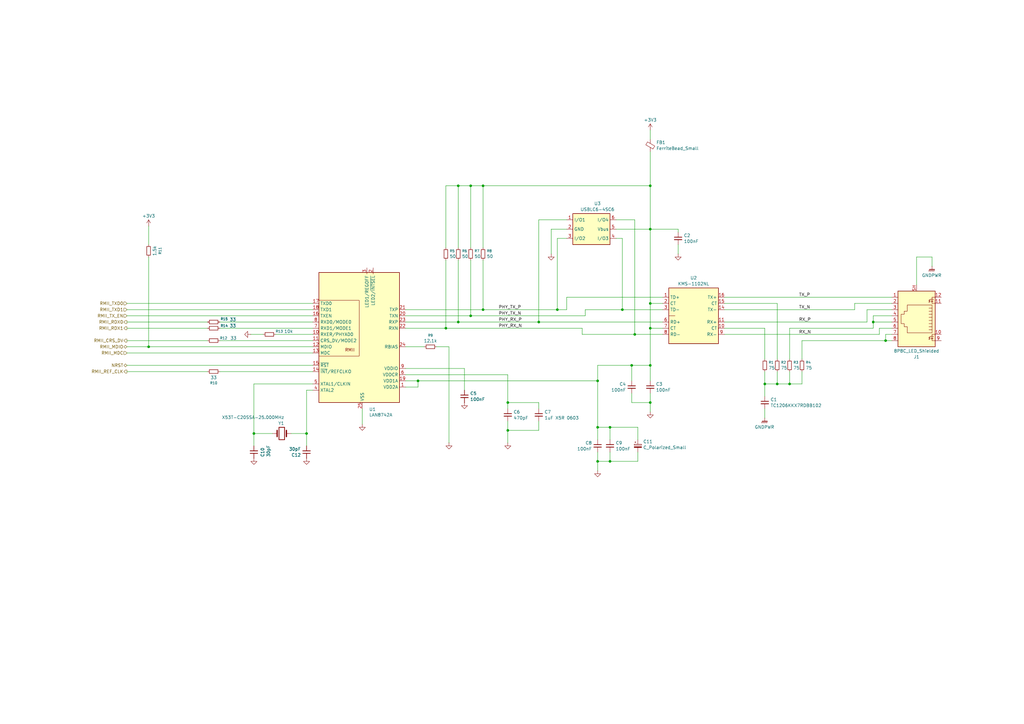
<source format=kicad_sch>
(kicad_sch (version 20250114) (generator "eeschema") (generator_version "9.0")
  (paper "A3")
  (lib_symbols
    (symbol "Connector:8P8C_LED_Shielded" (pin_names (offset 1.016))
      (property "Reference" "J" (at -5.08 13.97 0))
      (property "Value" "8P8C_LED_Shielded" (at 1.27 13.97 0))
      (symbol "8P8C_LED_Shielded_0_1"
        (polyline (pts (xy -7.62 10.16) (xy -6.35 10.16)))
        (polyline (pts (xy -7.62 7.62) (xy -6.35 7.62)))
        (polyline (pts (xy -7.62 -5.08) (xy -6.35 -5.08)))
        (polyline (pts (xy -7.62 -7.62) (xy -6.35 -7.62)))
        (polyline (pts (xy -6.858 9.398) (xy -5.842 9.398)))
        (polyline (pts (xy -6.858 -5.842) (xy -5.842 -5.842)))
        (polyline (pts (xy -6.35 10.16) (xy -6.35 9.398)))
        (polyline (pts (xy -6.35 9.398) (xy -6.858 8.382) (xy -5.842 8.382) (xy -6.35 9.398)))
        (polyline (pts (xy -6.35 7.62) (xy -6.35 8.382)))
        (polyline (pts (xy -6.35 1.905) (xy -5.08 1.905) (xy -5.08 1.905)))
        (polyline (pts (xy -6.35 0.635) (xy -5.08 0.635) (xy -5.08 0.635)))
        (polyline (pts (xy -6.35 -0.635) (xy -5.08 -0.635) (xy -5.08 -0.635)))
        (polyline (pts (xy -6.35 -1.905) (xy -5.08 -1.905) (xy -5.08 -1.905)))
        (polyline (pts (xy -6.35 -3.175) (xy -5.08 -3.175) (xy -5.08 -3.175)))
        (polyline (pts (xy -6.35 -4.445) (xy -6.35 6.985) (xy 3.81 6.985) (xy 3.81 4.445) (xy 5.08 4.445) (xy 5.08 3.175) (xy 6.35 3.175) (xy 6.35 -0.635) (xy 5.08 -0.635) (xy 5.08 -1.905) (xy 3.81 -1.905) (xy 3.81 -4.445) (xy -6.35 -4.445) (xy -6.35 -4.445)))
        (polyline (pts (xy -6.35 -5.08) (xy -6.35 -5.842)))
        (polyline (pts (xy -6.35 -5.842) (xy -6.858 -6.858) (xy -5.842 -6.858) (xy -6.35 -5.842)))
        (polyline (pts (xy -6.35 -7.62) (xy -6.35 -6.858)))
        (polyline (pts (xy -5.588 9.144) (xy -5.08 9.652) (xy -5.461 9.525)))
        (polyline (pts (xy -5.588 8.509) (xy -5.08 9.017) (xy -5.461 8.89)))
        (polyline (pts (xy -5.588 -6.096) (xy -5.08 -5.588) (xy -5.461 -5.715)))
        (polyline (pts (xy -5.588 -6.731) (xy -5.08 -6.223) (xy -5.461 -6.35)))
        (polyline (pts (xy -5.08 9.652) (xy -5.207 9.271)))
        (polyline (pts (xy -5.08 9.017) (xy -5.207 8.636)))
        (polyline (pts (xy -5.08 5.715) (xy -6.35 5.715)))
        (polyline (pts (xy -5.08 4.445) (xy -6.35 4.445)))
        (polyline (pts (xy -5.08 3.175) (xy -6.35 3.175) (xy -6.35 3.175)))
        (polyline (pts (xy -5.08 -5.588) (xy -5.207 -5.969)))
        (polyline (pts (xy -5.08 -6.223) (xy -5.207 -6.604)))
        (rectangle (start 7.62 12.7) (end -7.62 -10.16) (stroke (width 0.254)) (fill (type background)))
      )
      (symbol "8P8C_LED_Shielded_1_1"
        (pin passive line (at -10.16 10.16 0) (length 2.54) (name "~") (number "9"))
        (pin passive line (at -10.16 7.62 0) (length 2.54) (name "~") (number "10"))
        (pin passive line (at -10.16 -5.08 0) (length 2.54) (name "~") (number "11"))
        (pin passive line (at -10.16 -7.62 0) (length 2.54) (name "~") (number "12"))
        (pin passive line (at 0 -12.7 90) (length 2.54) (name "~") (number "SH"))
        (pin passive line (at 10.16 10.16 180) (length 2.54) (name "~") (number "8"))
        (pin passive line (at 10.16 7.62 180) (length 2.54) (name "~") (number "7"))
        (pin passive line (at 10.16 5.08 180) (length 2.54) (name "~") (number "6"))
        (pin passive line (at 10.16 2.54 180) (length 2.54) (name "~") (number "5"))
        (pin passive line (at 10.16 0 180) (length 2.54) (name "~") (number "4"))
        (pin passive line (at 10.16 -2.54 180) (length 2.54) (name "~") (number "3"))
        (pin passive line (at 10.16 -5.08 180) (length 2.54) (name "~") (number "2"))
        (pin passive line (at 10.16 -7.62 180) (length 2.54) (name "~") (number "1"))
      )
    )
    (symbol "Device:C_Polarized_Small" (pin_numbers (hide yes)) (pin_names (offset 0.254) (hide yes))
      (property "Reference" "C" (at 0.254 1.778 0))
      (property "Value" "C_Polarized_Small" (at 0.254 -2.032 0))
      (symbol "C_Polarized_Small_0_1"
        (rectangle (start -1.524 0.6858) (end 1.524 0.3048))
        (rectangle (start -1.524 -0.3048) (end 1.524 -0.6858) (fill (type outline)))
        (polyline (pts (xy -1.27 1.524) (xy -0.762 1.524)))
        (polyline (pts (xy -1.016 1.27) (xy -1.016 1.778)))
      )
      (symbol "C_Polarized_Small_1_1"
        (pin passive line (at 0 2.54 270) (length 1.8542) (name "~") (number "1"))
        (pin passive line (at 0 -2.54 90) (length 1.8542) (name "~") (number "2"))
      )
    )
    (symbol "Device:C_Small" (pin_numbers (hide yes)) (pin_names (offset 0.254) (hide yes))
      (property "Reference" "C" (at 0.254 1.778 0))
      (property "Value" "C_Small" (at 0.254 -2.032 0))
      (symbol "C_Small_0_1"
        (polyline (pts (xy -1.524 0.508) (xy 1.524 0.508)) (stroke (width 0.3048)))
        (polyline (pts (xy -1.524 -0.508) (xy 1.524 -0.508)) (stroke (width 0.3302)))
      )
      (symbol "C_Small_1_1"
        (pin passive line (at 0 2.54 270) (length 2.032) (name "~") (number "1"))
        (pin passive line (at 0 -2.54 90) (length 2.032) (name "~") (number "2"))
      )
    )
    (symbol "Device:Crystal" (pin_numbers (hide yes)) (pin_names (offset 1.016) (hide yes))
      (property "Reference" "Y" (at 0 3.81 0))
      (property "Value" "Crystal" (at 0 -3.81 0))
      (symbol "Crystal_0_1"
        (polyline (pts (xy -2.54 0) (xy -1.905 0)))
        (polyline (pts (xy -1.905 -1.27) (xy -1.905 1.27)) (stroke (width 0.508)))
        (rectangle (start -1.143 2.54) (end 1.143 -2.54) (stroke (width 0.3048)))
        (polyline (pts (xy 1.905 -1.27) (xy 1.905 1.27)) (stroke (width 0.508)))
        (polyline (pts (xy 2.54 0) (xy 1.905 0)))
      )
      (symbol "Crystal_1_1"
        (pin passive line (at -3.81 0 0) (length 1.27) (name "1") (number "1"))
        (pin passive line (at 3.81 0 180) (length 1.27) (name "2") (number "2"))
      )
    )
    (symbol "Device:FerriteBead_Small" (pin_numbers (hide yes)) (pin_names (offset 0))
      (property "Reference" "FB" (at 1.905 1.27 0))
      (property "Value" "FerriteBead_Small" (at 1.905 -1.27 0))
      (symbol "FerriteBead_Small_0_1"
        (polyline (pts (xy -1.8288 0.2794) (xy -1.1176 1.4986) (xy 1.8288 -0.2032) (xy 1.1176 -1.4224) (xy -1.8288 0.2794)))
        (polyline (pts (xy 0 0.889) (xy 0 1.2954)))
        (polyline (pts (xy 0 -1.27) (xy 0 -0.7874)))
      )
      (symbol "FerriteBead_Small_1_1"
        (pin passive line (at 0 2.54 270) (length 1.27) (name "~") (number "1"))
        (pin passive line (at 0 -2.54 90) (length 1.27) (name "~") (number "2"))
      )
    )
    (symbol "Device:R_Small" (pin_numbers (hide yes)) (pin_names (offset 0.254) (hide yes))
      (property "Reference" "R" (at 0 0 90))
      (property "Value" "R_Small" (at 1.778 0 90))
      (symbol "R_Small_0_1"
        (rectangle (start -0.762 1.778) (end 0.762 -1.778) (stroke (width 0.2032)))
      )
      (symbol "R_Small_1_1"
        (pin passive line (at 0 2.54 270) (length 0.762) (name "~") (number "1"))
        (pin passive line (at 0 -2.54 90) (length 0.762) (name "~") (number "2"))
      )
    )
    (symbol "Interface_Ethernet:LAN8742A"
      (property "Reference" "U1" (at 2.794 -28.194 0))
      (property "Value" "LAN8742A" (at 2.794 -30.48 0))
      (symbol "LAN8742A_0_0"
        (text "RMII" (at -5.08 -3.81 0) (effects (font (size 1.27 1.27))))
      )
      (symbol "LAN8742A_0_1"
        (rectangle (start -17.78 27.94) (end 15.24 -25.4) (stroke (width 0.254)) (fill (type background)))
        (polyline (pts (xy -17.78 -6.35) (xy -1.27 -6.35) (xy -1.27 16.51) (xy -17.78 16.51)))
      )
      (symbol "LAN8742A_1_1"
        (pin input line (at -20.32 15.24 0) (length 2.54) (name "TXD0") (number "17"))
        (pin input line (at -20.32 12.7 0) (length 2.54) (name "TXD1") (number "18"))
        (pin input line (at -20.32 10.16 0) (length 2.54) (name "TXEN") (number "16"))
        (pin bidirectional line (at -20.32 7.62 0) (length 2.54) (name "RXD0/MODE0") (number "8"))
        (pin bidirectional line (at -20.32 5.08 0) (length 2.54) (name "RXD1/MODE1") (number "7"))
        (pin output line (at -20.32 2.54 0) (length 2.54) (name "RXER/PHYAD0") (number "10"))
        (pin bidirectional line (at -20.32 0 0) (length 2.54) (name "CRS_DV/MODE2") (number "11"))
        (pin bidirectional line (at -20.32 -2.54 0) (length 2.54) (name "MDIO") (number "12"))
        (pin input line (at -20.32 -5.08 0) (length 2.54) (name "MDC") (number "13"))
        (pin input line (at -20.32 -10.16 0) (length 2.54) (name "~{RST}") (number "15"))
        (pin output line (at -20.32 -12.7 0) (length 2.54) (name "~{INT}/REFCLKO") (number "14"))
        (pin input line (at -20.32 -17.78 0) (length 2.54) (name "XTAL1/CLKIN") (number "5"))
        (pin output line (at -20.32 -20.32 0) (length 2.54) (name "XTAL2") (number "4"))
        (pin power_in line (at 0 -27.94 90) (length 2.54) (name "VSS") (number "25"))
        (pin bidirectional line (at 1.905 29.845 270) (length 2.54) (name "LED1/REGOFF") (number "3"))
        (pin bidirectional line (at 4.445 29.845 270) (length 2.54) (name "LED2/~{INTSEL}") (number "2"))
        (pin passive line (at 17.78 12.7 180) (length 2.54) (name "TXP") (number "21"))
        (pin passive line (at 17.78 10.16 180) (length 2.54) (name "TXN") (number "20"))
        (pin passive line (at 17.78 7.62 180) (length 2.54) (name "RXP") (number "23"))
        (pin passive line (at 17.78 5.08 180) (length 2.54) (name "RXN") (number "22"))
        (pin passive line (at 17.78 -2.54 180) (length 2.54) (name "RBIAS") (number "24"))
        (pin power_in line (at 17.78 -11.43 180) (length 2.54) (name "VDDIO") (number "9"))
        (pin power_in line (at 17.78 -13.97 180) (length 2.54) (name "VDDCR") (number "6"))
        (pin power_in line (at 17.78 -16.51 180) (length 2.54) (name "VDD1A") (number "19"))
        (pin power_in line (at 17.78 -19.05 180) (length 2.54) (name "VDD2A") (number "1"))
      )
    )
    (symbol "KMS-1102NL:KMS-1102NL"
      (property "Reference" "U" (at 0 12.7 0))
      (property "Value" "KMS-1102NL" (at 0 -12.7 0))
      (symbol "KMS-1102NL_0_1"
        (rectangle (start -10.16 11.43) (end 10.16 -11.43) (stroke (width 0.254)) (fill (type background)))
        (polyline (pts (xy -7.62 0) (xy -10.16 0)))
      )
      (symbol "KMS-1102NL_1_1"
        (pin passive line (at -12.7 7.62 0) (length 2.54) (name "TD+") (number "1"))
        (pin passive line (at -12.7 5.08 0) (length 2.54) (name "CT") (number "2"))
        (pin passive line (at -12.7 2.54 0) (length 2.54) (name "TD-") (number "3"))
        (pin passive line (at -12.7 -2.54 0) (length 2.54) (name "RD+") (number "6"))
        (pin passive line (at -12.7 -5.08 0) (length 2.54) (name "CT") (number "7"))
        (pin passive line (at -12.7 -7.62 0) (length 2.54) (name "RD-") (number "8"))
        (pin passive line (at 12.7 7.62 180) (length 2.54) (name "TX+") (number "16"))
        (pin passive line (at 12.7 5.08 180) (length 2.54) (name "CT") (number "15"))
        (pin passive line (at 12.7 2.54 180) (length 2.54) (name "TX-") (number "14"))
        (pin passive line (at 12.7 -2.54 180) (length 2.54) (name "RX+") (number "11"))
        (pin passive line (at 12.7 -5.08 180) (length 2.54) (name "CT") (number "10"))
        (pin passive line (at 12.7 -7.62 180) (length 2.54) (name "RX-") (number "9"))
      )
    )
    (symbol "USBLC6-4SC6:USBLC6-4SC6"
      (property "Reference" "U" (at 0.254 7.62 0))
      (property "Value" "USBLC6-4SC6" (at 0 -7.62 0))
      (symbol "USBLC6-4SC6_0_1"
        (rectangle (start -7.62 6.35) (end 7.62 -6.35) (stroke (width 0.254)) (fill (type background)))
      )
      (symbol "USBLC6-4SC6_1_1"
        (pin bidirectional line (at -10.16 3.81 0) (length 2.54) (name "I/O1") (number "1"))
        (pin power_in line (at -10.16 0 0) (length 2.54) (name "GND") (number "2"))
        (pin bidirectional line (at -10.16 -3.81 0) (length 2.54) (name "I/O2") (number "3"))
        (pin bidirectional line (at 10.16 3.81 180) (length 2.54) (name "I/O4") (number "6"))
        (pin power_in line (at 10.16 0 180) (length 2.54) (name "Vbus") (number "5"))
        (pin bidirectional line (at 10.16 -3.81 180) (length 2.54) (name "I/O3") (number "4"))
      )
    )
    (symbol "power:+3V3" (power) (pin_numbers (hide yes)) (pin_names (offset 0) (hide yes))
      (property "Value" "+3V3" (at 0 3.556 0))
      (symbol "+3V3_0_1"
        (polyline (pts (xy -0.762 1.27) (xy 0 2.54)))
        (polyline (pts (xy 0 2.54) (xy 0.762 1.27)))
        (polyline (pts (xy 0 0) (xy 0 2.54)))
      )
      (symbol "+3V3_1_1"
        (pin power_in line (at 0 0 90) (length 0) (name "~") (number "1"))
      )
    )
    (symbol "power:GND" (power) (pin_numbers (hide yes)) (pin_names (offset 0) (hide yes))
      (property "Value" "GND" (at 0 -3.81 0))
      (symbol "GND_0_1"
        (polyline (pts (xy 0 0) (xy 0 -1.27) (xy 1.27 -1.27) (xy 0 -2.54) (xy -1.27 -1.27) (xy 0 -1.27)))
      )
      (symbol "GND_1_1"
        (pin power_in line (at 0 0 270) (length 0) (name "~") (number "1"))
      )
    )
    (symbol "power:GNDPWR" (power) (pin_numbers (hide yes)) (pin_names (offset 0) (hide yes))
      (property "Value" "GNDPWR" (at 0 -3.302 0))
      (symbol "GNDPWR_0_1"
        (polyline (pts (xy -1.016 -1.27) (xy -1.27 -2.032) (xy -1.27 -2.032)) (stroke (width 0.2032)))
        (polyline (pts (xy -0.508 -1.27) (xy -0.762 -2.032) (xy -0.762 -2.032)) (stroke (width 0.2032)))
        (polyline (pts (xy 0 -1.27) (xy 0 0)))
        (polyline (pts (xy 0 -1.27) (xy -0.254 -2.032) (xy -0.254 -2.032)) (stroke (width 0.2032)))
        (polyline (pts (xy 0.508 -1.27) (xy 0.254 -2.032) (xy 0.254 -2.032)) (stroke (width 0.2032)))
        (polyline (pts (xy 1.016 -1.27) (xy -1.016 -1.27) (xy -1.016 -1.27)) (stroke (width 0.2032)))
        (polyline (pts (xy 1.016 -1.27) (xy 0.762 -2.032) (xy 0.762 -2.032) (xy 0.762 -2.032)) (stroke (width 0.2032)))
      )
      (symbol "GNDPWR_1_1"
        (pin power_in line (at 0 0 270) (length 0) (name "~") (number "1"))
      )
    )
  )
  (junction (at 259.08 149.86))
  (junction (at 318.77 157.48))
  (junction (at 60.96 142.24))
  (junction (at 250.19 189.23))
  (junction (at 250.19 175.26))
  (junction (at 187.96 132.08))
  (junction (at 323.85 157.48))
  (junction (at 198.12 76.2))
  (junction (at 193.04 76.2))
  (junction (at 228.6 127))
  (junction (at 125.73 177.8))
  (junction (at 182.88 134.62))
  (junction (at 245.11 189.23))
  (junction (at 208.28 176.53))
  (junction (at 313.69 157.48))
  (junction (at 187.96 76.2))
  (junction (at 266.7 165.1))
  (junction (at 260.35 137.16))
  (junction (at 104.14 177.8))
  (junction (at 266.7 124.46))
  (junction (at 266.7 134.62))
  (junction (at 363.22 139.7))
  (junction (at 358.14 132.08))
  (junction (at 266.7 76.2))
  (junction (at 220.98 132.08))
  (junction (at 245.11 156.21))
  (junction (at 255.27 127))
  (junction (at 198.12 127))
  (junction (at 266.7 149.86))
  (junction (at 208.28 165.1))
  (junction (at 171.45 156.21))
  (junction (at 193.04 129.54))
  (junction (at 266.7 93.98))
  (junction (at 245.11 175.26))
  (wire (pts (xy 355.6 127) (xy 365.76 127)))
  (wire (pts (xy 198.12 106.68) (xy 198.12 127)))
  (wire (pts (xy 52.07 129.54) (xy 128.27 129.54)))
  (wire (pts (xy 52.07 142.24) (xy 60.96 142.24)))
  (wire (pts (xy 260.35 137.16) (xy 271.78 137.16)))
  (wire (pts (xy 318.77 152.4) (xy 318.77 157.48)))
  (wire (pts (xy 382.27 105.41) (xy 382.27 109.22)))
  (wire (pts (xy 52.07 149.86) (xy 128.27 149.86)))
  (wire (pts (xy 190.5 151.13) (xy 190.5 160.02)))
  (wire (pts (xy 250.19 175.26) (xy 245.11 175.26)))
  (wire (pts (xy 297.18 137.16) (xy 360.68 137.16)))
  (wire (pts (xy 363.22 139.7) (xy 328.93 139.7)))
  (wire (pts (xy 198.12 127) (xy 228.6 127)))
  (wire (pts (xy 358.14 132.08) (xy 365.76 132.08)))
  (wire (pts (xy 266.7 53.34) (xy 266.7 57.15)))
  (wire (pts (xy 228.6 127) (xy 232.41 127)))
  (wire (pts (xy 182.88 106.68) (xy 182.88 134.62)))
  (wire (pts (xy 232.41 93.98) (xy 226.06 93.98)))
  (wire (pts (xy 252.73 93.98) (xy 266.7 93.98)))
  (wire (pts (xy 245.11 189.23) (xy 245.11 193.04)))
  (wire (pts (xy 104.14 157.48) (xy 104.14 177.8)))
  (wire (pts (xy 193.04 129.54) (xy 240.03 129.54)))
  (wire (pts (xy 245.11 149.86) (xy 259.08 149.86)))
  (wire (pts (xy 125.73 182.88) (xy 125.73 177.8)))
  (wire (pts (xy 193.04 76.2) (xy 198.12 76.2)))
  (wire (pts (xy 271.78 134.62) (xy 266.7 134.62)))
  (wire (pts (xy 259.08 156.21) (xy 259.08 149.86)))
  (wire (pts (xy 328.93 157.48) (xy 323.85 157.48)))
  (wire (pts (xy 119.38 177.8) (xy 125.73 177.8)))
  (wire (pts (xy 232.41 97.79) (xy 228.6 97.79)))
  (wire (pts (xy 278.13 93.98) (xy 278.13 95.25)))
  (wire (pts (xy 52.07 144.78) (xy 128.27 144.78)))
  (wire (pts (xy 166.37 156.21) (xy 171.45 156.21)))
  (wire (pts (xy 297.18 121.92) (xy 365.76 121.92)))
  (wire (pts (xy 85.09 132.08) (xy 52.07 132.08)))
  (wire (pts (xy 125.73 160.02) (xy 128.27 160.02)))
  (wire (pts (xy 358.14 129.54) (xy 358.14 132.08)))
  (wire (pts (xy 375.92 116.84) (xy 375.92 105.41)))
  (wire (pts (xy 297.18 134.62) (xy 313.69 134.62)))
  (wire (pts (xy 313.69 167.64) (xy 313.69 171.45)))
  (wire (pts (xy 297.18 127) (xy 350.52 127)))
  (wire (pts (xy 182.88 101.6) (xy 182.88 76.2)))
  (wire (pts (xy 90.17 152.4) (xy 128.27 152.4)))
  (wire (pts (xy 365.76 129.54) (xy 358.14 129.54)))
  (wire (pts (xy 85.09 139.7) (xy 52.07 139.7)))
  (wire (pts (xy 255.27 97.79) (xy 255.27 127)))
  (wire (pts (xy 297.18 124.46) (xy 318.77 124.46)))
  (wire (pts (xy 252.73 97.79) (xy 255.27 97.79)))
  (wire (pts (xy 259.08 161.29) (xy 259.08 165.1)))
  (wire (pts (xy 255.27 127) (xy 271.78 127)))
  (wire (pts (xy 220.98 165.1) (xy 208.28 165.1)))
  (wire (pts (xy 318.77 124.46) (xy 318.77 147.32)))
  (wire (pts (xy 220.98 132.08) (xy 271.78 132.08)))
  (wire (pts (xy 193.04 106.68) (xy 193.04 129.54)))
  (wire (pts (xy 166.37 153.67) (xy 208.28 153.67)))
  (wire (pts (xy 179.07 142.24) (xy 184.15 142.24)))
  (wire (pts (xy 250.19 189.23) (xy 245.11 189.23)))
  (wire (pts (xy 166.37 134.62) (xy 182.88 134.62)))
  (wire (pts (xy 90.17 132.08) (xy 128.27 132.08)))
  (wire (pts (xy 313.69 152.4) (xy 313.69 157.48)))
  (wire (pts (xy 358.14 134.62) (xy 323.85 134.62)))
  (wire (pts (xy 166.37 129.54) (xy 193.04 129.54)))
  (wire (pts (xy 220.98 172.72) (xy 220.98 176.53)))
  (wire (pts (xy 187.96 106.68) (xy 187.96 132.08)))
  (wire (pts (xy 128.27 157.48) (xy 104.14 157.48)))
  (wire (pts (xy 125.73 177.8) (xy 125.73 160.02)))
  (wire (pts (xy 166.37 151.13) (xy 190.5 151.13)))
  (wire (pts (xy 266.7 62.23) (xy 266.7 76.2)))
  (wire (pts (xy 363.22 137.16) (xy 363.22 139.7)))
  (wire (pts (xy 328.93 152.4) (xy 328.93 157.48)))
  (wire (pts (xy 240.03 129.54) (xy 240.03 127)))
  (wire (pts (xy 261.62 185.42) (xy 261.62 189.23)))
  (wire (pts (xy 208.28 172.72) (xy 208.28 176.53)))
  (wire (pts (xy 313.69 134.62) (xy 313.69 147.32)))
  (wire (pts (xy 252.73 90.17) (xy 260.35 90.17)))
  (wire (pts (xy 166.37 132.08) (xy 187.96 132.08)))
  (wire (pts (xy 60.96 142.24) (xy 128.27 142.24)))
  (wire (pts (xy 102.87 137.16) (xy 107.95 137.16)))
  (wire (pts (xy 208.28 176.53) (xy 208.28 181.61)))
  (wire (pts (xy 297.18 132.08) (xy 355.6 132.08)))
  (wire (pts (xy 113.03 137.16) (xy 128.27 137.16)))
  (wire (pts (xy 266.7 168.91) (xy 266.7 165.1)))
  (wire (pts (xy 198.12 76.2) (xy 198.12 101.6)))
  (wire (pts (xy 313.69 157.48) (xy 313.69 162.56)))
  (wire (pts (xy 187.96 76.2) (xy 193.04 76.2)))
  (wire (pts (xy 360.68 134.62) (xy 365.76 134.62)))
  (wire (pts (xy 198.12 76.2) (xy 266.7 76.2)))
  (wire (pts (xy 104.14 177.8) (xy 111.76 177.8)))
  (wire (pts (xy 166.37 127) (xy 198.12 127)))
  (wire (pts (xy 232.41 127) (xy 232.41 121.92)))
  (wire (pts (xy 60.96 92.71) (xy 60.96 100.33)))
  (wire (pts (xy 60.96 105.41) (xy 60.96 142.24)))
  (wire (pts (xy 260.35 90.17) (xy 260.35 137.16)))
  (wire (pts (xy 278.13 100.33) (xy 278.13 104.14)))
  (wire (pts (xy 52.07 124.46) (xy 128.27 124.46)))
  (wire (pts (xy 220.98 90.17) (xy 220.98 132.08)))
  (wire (pts (xy 238.76 134.62) (xy 238.76 137.16)))
  (wire (pts (xy 104.14 182.88) (xy 104.14 177.8)))
  (wire (pts (xy 355.6 132.08) (xy 355.6 127)))
  (wire (pts (xy 166.37 142.24) (xy 173.99 142.24)))
  (wire (pts (xy 250.19 180.34) (xy 250.19 175.26)))
  (wire (pts (xy 365.76 137.16) (xy 363.22 137.16)))
  (wire (pts (xy 323.85 157.48) (xy 318.77 157.48)))
  (wire (pts (xy 182.88 76.2) (xy 187.96 76.2)))
  (wire (pts (xy 85.09 152.4) (xy 52.07 152.4)))
  (wire (pts (xy 187.96 76.2) (xy 187.96 101.6)))
  (wire (pts (xy 271.78 124.46) (xy 266.7 124.46)))
  (wire (pts (xy 318.77 157.48) (xy 313.69 157.48)))
  (wire (pts (xy 240.03 127) (xy 255.27 127)))
  (wire (pts (xy 232.41 121.92) (xy 271.78 121.92)))
  (wire (pts (xy 245.11 156.21) (xy 245.11 175.26)))
  (wire (pts (xy 52.07 127) (xy 128.27 127)))
  (wire (pts (xy 358.14 132.08) (xy 358.14 134.62)))
  (wire (pts (xy 193.04 76.2) (xy 193.04 101.6)))
  (wire (pts (xy 148.59 167.64) (xy 148.59 173.99)))
  (wire (pts (xy 360.68 137.16) (xy 360.68 134.62)))
  (wire (pts (xy 259.08 149.86) (xy 266.7 149.86)))
  (wire (pts (xy 171.45 156.21) (xy 245.11 156.21)))
  (wire (pts (xy 350.52 127) (xy 350.52 124.46)))
  (wire (pts (xy 90.17 134.62) (xy 128.27 134.62)))
  (wire (pts (xy 328.93 139.7) (xy 328.93 147.32)))
  (wire (pts (xy 220.98 176.53) (xy 208.28 176.53)))
  (wire (pts (xy 232.41 90.17) (xy 220.98 90.17)))
  (wire (pts (xy 245.11 156.21) (xy 245.11 149.86)))
  (wire (pts (xy 245.11 175.26) (xy 245.11 180.34)))
  (wire (pts (xy 226.06 93.98) (xy 226.06 104.14)))
  (wire (pts (xy 266.7 124.46) (xy 266.7 93.98)))
  (wire (pts (xy 266.7 93.98) (xy 278.13 93.98)))
  (wire (pts (xy 259.08 165.1) (xy 266.7 165.1)))
  (wire (pts (xy 266.7 76.2) (xy 266.7 93.98)))
  (wire (pts (xy 375.92 105.41) (xy 382.27 105.41)))
  (wire (pts (xy 365.76 139.7) (xy 363.22 139.7)))
  (wire (pts (xy 323.85 134.62) (xy 323.85 147.32)))
  (wire (pts (xy 228.6 97.79) (xy 228.6 127)))
  (wire (pts (xy 90.17 139.7) (xy 128.27 139.7)))
  (wire (pts (xy 261.62 180.34) (xy 261.62 175.26)))
  (wire (pts (xy 266.7 149.86) (xy 266.7 156.21)))
  (wire (pts (xy 171.45 156.21) (xy 171.45 158.75)))
  (wire (pts (xy 261.62 189.23) (xy 250.19 189.23)))
  (wire (pts (xy 182.88 134.62) (xy 238.76 134.62)))
  (wire (pts (xy 266.7 134.62) (xy 266.7 149.86)))
  (wire (pts (xy 208.28 165.1) (xy 208.28 167.64)))
  (wire (pts (xy 245.11 185.42) (xy 245.11 189.23)))
  (wire (pts (xy 85.09 134.62) (xy 52.07 134.62)))
  (wire (pts (xy 250.19 185.42) (xy 250.19 189.23)))
  (wire (pts (xy 350.52 124.46) (xy 365.76 124.46)))
  (wire (pts (xy 250.19 175.26) (xy 261.62 175.26)))
  (wire (pts (xy 187.96 132.08) (xy 220.98 132.08)))
  (wire (pts (xy 208.28 153.67) (xy 208.28 165.1)))
  (wire (pts (xy 184.15 142.24) (xy 184.15 181.61)))
  (wire (pts (xy 220.98 167.64) (xy 220.98 165.1)))
  (wire (pts (xy 166.37 158.75) (xy 171.45 158.75)))
  (wire (pts (xy 238.76 137.16) (xy 260.35 137.16)))
  (wire (pts (xy 266.7 134.62) (xy 266.7 124.46)))
  (wire (pts (xy 323.85 152.4) (xy 323.85 157.48)))
  (wire (pts (xy 266.7 165.1) (xy 266.7 161.29)))
  (label "PHY_RX_P" (at 204.47 132.08 0))
  (label "PHY_TX_P" (at 204.47 127 0))
  (label "PHY_TX_N" (at 204.47 129.54 0))
  (label "TX_N" (at 327.66 127 0))
  (label "RX_N" (at 327.66 137.16 0))
  (label "RX_P" (at 327.66 132.08 0))
  (label "PHY_RX_N" (at 204.47 134.62 0))
  (label "TX_P" (at 327.66 121.92 0))
  (hierarchical_label "RMII_TXD1" (shape input) (at 52.07 127 180))
  (hierarchical_label "NRST" (shape bidirectional) (at 52.07 149.86 180))
  (hierarchical_label "RMII_TXD0" (shape input) (at 52.07 124.46 180))
  (hierarchical_label "RMII_MDIO" (shape bidirectional) (at 52.07 142.24 180))
  (hierarchical_label "RMII_RDX0" (shape output) (at 52.07 132.08 180))
  (hierarchical_label "RMII_REF_CLK" (shape output) (at 52.07 152.4 180))
  (hierarchical_label "RMII_TX_EN" (shape input) (at 52.07 129.54 180))
  (hierarchical_label "RMII_CRS_DV" (shape output) (at 52.07 139.7 180))
  (hierarchical_label "RMII_MDC" (shape input) (at 52.07 144.78 180))
  (hierarchical_label "RMII_RDX1" (shape output) (at 52.07 134.62 180))
  (symbol (lib_id "Device:C_Polarized_Small") (at 261.62 182.88 0) (unit 1)
    (property "Reference" "C11" (at 263.779 181.1217 0) (effects (justify left)))
    (property "Value" "C_Polarized_Small" (at 263.779 183.546 0) (effects (justify left)))
    (property "Description" "Polarized capacitor, small symbol" (effects (hide yes)))
  )
  (symbol (lib_id "USBLC6-4SC6:USBLC6-4SC6") (at 242.57 93.98 0) (unit 1)
    (property "Reference" "U3" (at 245.0465 83.4855 0))
    (property "Value" "USBLC6-4SC6" (at 245.0465 85.9098 0))
    (property "Footprint" "Package_TO_SOT_SMD:SOT-23-6" (effects (hide yes)))
    (property "Description" "USB ESD Protection Device" (effects (hide yes)))
  )
  (symbol (lib_id "Device:R_Small") (at 198.12 104.14 0) (unit 1)
    (property "Reference" "R8" (at 199.6186 102.9278 0) (effects (font (size 1.016 1.016)) (justify left)))
    (property "Value" "50" (at 199.6186 105.1477 0) (effects (justify left)))
    (property "Description" "Resistor, small symbol" (effects (hide yes)))
  )
  (symbol (lib_id "Device:R_Small") (at 187.96 104.14 0) (unit 1)
    (property "Reference" "R6" (at 189.4586 102.9278 0) (effects (font (size 1.016 1.016)) (justify left)))
    (property "Value" "50" (at 189.4586 105.1477 0) (effects (justify left)))
    (property "Description" "Resistor, small symbol" (effects (hide yes)))
  )
  (symbol (lib_id "Device:R_Small") (at 193.04 104.14 0) (unit 1)
    (property "Reference" "R7" (at 194.5386 102.9278 0) (effects (font (size 1.016 1.016)) (justify left)))
    (property "Value" "50" (at 194.5386 105.1477 0) (effects (justify left)))
    (property "Description" "Resistor, small symbol" (effects (hide yes)))
  )
  (symbol (lib_id "power:GND") (at 226.06 104.14 0) (unit 1)
    (property "Reference" "#PWR03" (effects (hide yes)))
    (property "Value" "GND" (effects (hide yes)))
    (property "Description" "Power symbol creates a global label with name \"GND\" , ground" (effects (hide yes)))
  )
  (symbol (lib_id "Device:FerriteBead_Small") (at 266.7 59.69 0) (unit 1)
    (property "Reference" "FB1" (at 269.1638 58.4397 0) (effects (justify left)))
    (property "Value" "FerriteBead_Small" (at 269.1638 60.864 0) (effects (justify left)))
    (property "Description" "Ferrite bead, small symbol" (effects (hide yes)))
  )
  (symbol (lib_id "power:GNDPWR") (at 382.27 109.22 0) (unit 1)
    (property "Reference" "#PWR02" (effects (hide yes)))
    (property "Value" "GNDPWR" (at 382.143 112.9467 0))
    (property "Description" "Power symbol creates a global label with name \"GNDPWR\" , global ground" (effects (hide yes)))
  )
  (symbol (lib_id "power:GND") (at 104.14 187.96 0) (unit 1)
    (property "Reference" "#PWR011" (effects (hide yes)))
    (property "Value" "GND" (effects (hide yes)))
    (property "Description" "Power symbol creates a global label with name \"GND\" , ground" (effects (hide yes)))
  )
  (symbol (lib_id "power:GND") (at 245.11 193.04 0) (unit 1)
    (property "Reference" "#PWR010" (effects (hide yes)))
    (property "Value" "GND" (effects (hide yes)))
    (property "Description" "Power symbol creates a global label with name \"GND\" , ground" (effects (hide yes)))
  )
  (symbol (lib_id "Device:R_Small") (at 323.85 149.86 0) (unit 1)
    (property "Reference" "R3" (at 325.3486 148.6478 0) (effects (font (size 1.016 1.016)) (justify left)))
    (property "Value" "75" (at 325.3486 150.8677 0) (effects (justify left)))
    (property "Description" "Resistor, small symbol" (effects (hide yes)))
  )
  (symbol (lib_id "power:GND") (at 102.87 137.16 270) (unit 1)
    (property "Reference" "#PWR014" (effects (hide yes)))
    (property "Value" "GND" (effects (hide yes)))
    (property "Description" "Power symbol creates a global label with name \"GND\" , ground" (effects (hide yes)))
  )
  (symbol (lib_id "Device:C_Small") (at 208.28 170.18 0) (unit 1)
    (property "Reference" "C6" (at 210.6041 168.9741 0) (effects (justify left)))
    (property "Value" "470pF" (at 210.6041 171.3984 0) (effects (justify left)))
    (property "Description" "Unpolarized capacitor, small symbol" (effects (hide yes)))
  )
  (symbol (lib_id "Device:R_Small") (at 328.93 149.86 0) (unit 1)
    (property "Reference" "R4" (at 330.4286 148.6478 0) (effects (font (size 1.016 1.016)) (justify left)))
    (property "Value" "75" (at 330.4286 150.8677 0) (effects (justify left)))
    (property "Description" "Resistor, small symbol" (effects (hide yes)))
  )
  (symbol (lib_id "power:+3V3") (at 266.7 53.34 0) (unit 1)
    (property "Reference" "#PWR05" (effects (hide yes)))
    (property "Value" "+3V3" (at 266.7 49.2069 0))
    (property "Description" "Power symbol creates a global label with name \"+3V3\"" (effects (hide yes)))
  )
  (symbol (lib_id "Device:C_Small") (at 125.73 185.42 180) (unit 1)
    (property "Reference" "C12" (at 123.4059 186.6259 0) (effects (justify left)))
    (property "Value" "30pF" (at 123.4059 184.2016 0) (effects (justify left)))
    (property "Description" "Unpolarized capacitor, small symbol" (effects (hide yes)))
  )
  (symbol (lib_id "Interface_Ethernet:LAN8742A") (at 148.59 139.7 0) (unit 1)
    (property "Reference" "U1" (at 151.384 167.894 0) (effects (justify left)))
    (property "Value" "LAN8742A" (at 151.384 170.18 0) (effects (justify left)))
    (property "Footprint" "Package_DFN_QFN:VQFN-24-1EP_4x4mm_P0.5mm_EP2.5x2.5mm_ThermalVias" (effects (hide yes)))
    (property "Datasheet" "http://ww1.microchip.com/downloads/en/DeviceDoc/8742a.pdf" (effects (hide yes)))
    (property "Description" "LAN8720 Ethernet PHY with RMII interface, QFN-24" (effects (hide yes)))
  )
  (symbol (lib_id "Device:R_Small") (at 313.69 149.86 0) (unit 1)
    (property "Reference" "R1" (at 315.1886 148.6478 0) (effects (font (size 1.016 1.016)) (justify left)))
    (property "Value" "75" (at 315.1886 150.8677 0) (effects (justify left)))
    (property "Description" "Resistor, small symbol" (effects (hide yes)))
  )
  (symbol (lib_id "Device:R_Small") (at 182.88 104.14 0) (unit 1)
    (property "Reference" "R5" (at 184.3786 102.9278 0) (effects (font (size 1.016 1.016)) (justify left)))
    (property "Value" "50" (at 184.3786 105.1477 0) (effects (justify left)))
    (property "Description" "Resistor, small symbol" (effects (hide yes)))
  )
  (symbol (lib_id "Device:R_Small") (at 87.63 139.7 90) (mirror x) (unit 1)
    (property "Reference" "R12" (at 91.694 138.684 90) (effects (font (size 1.016 1.016))))
    (property "Value" "33" (at 95.758 138.684 90))
    (property "Description" "Resistor, small symbol" (effects (hide yes)))
  )
  (symbol (lib_id "power:GNDPWR") (at 313.69 171.45 0) (unit 1)
    (property "Reference" "#PWR01" (effects (hide yes)))
    (property "Value" "GNDPWR" (at 313.563 175.1767 0))
    (property "Description" "Power symbol creates a global label with name \"GNDPWR\" , global ground" (effects (hide yes)))
  )
  (symbol (lib_id "Device:Crystal") (at 115.57 177.8 180) (unit 1)
    (property "Reference" "Y1" (at 116.586 173.6203 0) (effects (justify left)))
    (property "Value" "X53T-C20SSA-25.000MHz" (at 116.586 171.196 0) (effects (justify left)))
    (property "Description" "Two pin crystal" (effects (hide yes)))
  )
  (symbol (lib_id "power:GND") (at 266.7 168.91 0) (unit 1)
    (property "Reference" "#PWR07" (effects (hide yes)))
    (property "Value" "GND" (effects (hide yes)))
    (property "Description" "Power symbol creates a global label with name \"GND\" , ground" (effects (hide yes)))
  )
  (symbol (lib_id "power:GND") (at 190.5 165.1 0) (unit 1)
    (property "Reference" "#PWR08" (effects (hide yes)))
    (property "Value" "GND" (effects (hide yes)))
    (property "Description" "Power symbol creates a global label with name \"GND\" , ground" (effects (hide yes)))
  )
  (symbol (lib_id "power:GND") (at 208.28 181.61 0) (unit 1)
    (property "Reference" "#PWR09" (effects (hide yes)))
    (property "Value" "GND" (effects (hide yes)))
    (property "Description" "Power symbol creates a global label with name \"GND\" , ground" (effects (hide yes)))
  )
  (symbol (lib_id "power:GND") (at 125.73 187.96 0) (unit 1)
    (property "Reference" "#PWR012" (effects (hide yes)))
    (property "Value" "GND" (effects (hide yes)))
    (property "Description" "Power symbol creates a global label with name \"GND\" , ground" (effects (hide yes)))
  )
  (symbol (lib_id "power:GND") (at 278.13 104.14 0) (unit 1)
    (property "Reference" "#PWR04" (effects (hide yes)))
    (property "Value" "GND" (effects (hide yes)))
    (property "Description" "Power symbol creates a global label with name \"GND\" , ground" (effects (hide yes)))
  )
  (symbol (lib_id "Device:R_Small") (at 87.63 134.62 90) (mirror x) (unit 1)
    (property "Reference" "R14" (at 91.948 133.604 90) (effects (font (size 1.016 1.016))))
    (property "Value" "33" (at 95.504 133.604 90))
    (property "Description" "Resistor, small symbol" (effects (hide yes)))
  )
  (symbol (lib_id "Device:C_Small") (at 220.98 170.18 0) (unit 1)
    (property "Reference" "C7" (at 223.3041 168.9741 0) (effects (justify left)))
    (property "Value" "1uF X5R 0603" (at 223.3041 171.3984 0) (effects (justify left)))
    (property "Description" "Unpolarized capacitor, small symbol" (effects (hide yes)))
  )
  (symbol (lib_id "Device:R_Small") (at 87.63 132.08 90) (mirror x) (unit 1)
    (property "Reference" "R15" (at 91.948 130.81 90) (effects (font (size 1.016 1.016))))
    (property "Value" "33" (at 95.504 131.064 90))
    (property "Description" "Resistor, small symbol" (effects (hide yes)))
  )
  (symbol (lib_id "Device:R_Small") (at 110.49 137.16 90) (mirror x) (unit 1)
    (property "Reference" "R13" (at 114.554 135.89 90) (effects (font (size 1.016 1.016))))
    (property "Value" "10k" (at 118.364 135.89 90))
    (property "Description" "Resistor, small symbol" (effects (hide yes)))
  )
  (symbol (lib_id "power:+3V3") (at 60.96 92.71 0) (unit 1)
    (property "Reference" "#PWR013" (effects (hide yes)))
    (property "Value" "+3V3" (at 60.96 88.5769 0))
    (property "Description" "Power symbol creates a global label with name \"+3V3\"" (effects (hide yes)))
  )
  (symbol (lib_id "Device:C_Small") (at 278.13 97.79 0) (unit 1)
    (property "Reference" "C2" (at 280.4541 96.5841 0) (effects (justify left)))
    (property "Value" "100nF" (at 280.4541 99.0084 0) (effects (justify left)))
    (property "Description" "Unpolarized capacitor, small symbol" (effects (hide yes)))
  )
  (symbol (lib_id "Device:R_Small") (at 60.96 102.87 0) (mirror x) (unit 1)
    (property "Reference" "R11" (at 65.6367 102.87 90) (effects (font (size 1.016 1.016))))
    (property "Value" "1.5k" (at 63.4168 102.87 90))
    (property "Description" "Resistor, small symbol" (effects (hide yes)))
  )
  (symbol (lib_id "Connector:8P8C_LED_Shielded") (at 375.92 129.54 180) (unit 1)
    (property "Reference" "J1" (at 375.92 146.3845 0))
    (property "Value" "8P8C_LED_Shielded" (at 375.92 143.9602 0))
    (property "Description" "RJ connector, 8P8C (8 positions 8 connected), two LEDs, RJ45, Shielded" (effects (hide yes)))
  )
  (symbol (lib_id "Device:C_Small") (at 250.19 182.88 0) (unit 1)
    (property "Reference" "C9" (at 252.5141 181.6741 0) (effects (justify left)))
    (property "Value" "100nF" (at 252.5141 184.0984 0) (effects (justify left)))
    (property "Description" "Unpolarized capacitor, small symbol" (effects (hide yes)))
  )
  (symbol (lib_id "Device:C_Small") (at 104.14 185.42 180) (unit 1)
    (property "Reference" "C10" (at 107.696 187.452 90) (effects (justify right)))
    (property "Value" "30pF" (at 110.1203 187.452 90) (effects (justify right)))
    (property "Description" "Unpolarized capacitor, small symbol" (effects (hide yes)))
  )
  (symbol (lib_id "KMS-1102NL:KMS-1102NL") (at 284.48 129.54 0) (unit 1)
    (property "Reference" "U2" (at 284.48 113.9655 0))
    (property "Value" "KMS-1102NL" (at 284.48 116.3898 0))
    (property "Description" "Ethernet Transformer" (effects (hide yes)))
  )
  (symbol (lib_id "Device:C_Small") (at 313.69 165.1 0) (unit 1)
    (property "Reference" "C1" (at 316.0141 163.8941 0) (effects (justify left)))
    (property "Value" "TC1206KKX7RDBB102" (at 316.0141 166.3184 0) (effects (justify left)))
    (property "Description" "Unpolarized capacitor, small symbol" (effects (hide yes)))
  )
  (symbol (lib_id "Device:R_Small") (at 87.63 152.4 90) (mirror x) (unit 1)
    (property "Reference" "R10" (at 87.63 157.0767 90) (effects (font (size 1.016 1.016))))
    (property "Value" "33" (at 87.63 154.8568 90))
    (property "Description" "Resistor, small symbol" (effects (hide yes)))
  )
  (symbol (lib_id "Device:C_Small") (at 245.11 182.88 0) (mirror y) (unit 1)
    (property "Reference" "C8" (at 242.7859 181.6741 0) (effects (justify left)))
    (property "Value" "100nF" (at 242.7859 184.0984 0) (effects (justify left)))
    (property "Description" "Unpolarized capacitor, small symbol" (effects (hide yes)))
  )
  (symbol (lib_id "Device:C_Small") (at 259.08 158.75 0) (mirror y) (unit 1)
    (property "Reference" "C4" (at 256.7559 157.5441 0) (effects (justify left)))
    (property "Value" "100nF" (at 256.7559 159.9684 0) (effects (justify left)))
    (property "Description" "Unpolarized capacitor, small symbol" (effects (hide yes)))
  )
  (symbol (lib_id "power:GND") (at 184.15 181.61 0) (unit 1)
    (property "Reference" "#PWR06" (effects (hide yes)))
    (property "Value" "GND" (effects (hide yes)))
    (property "Description" "Power symbol creates a global label with name \"GND\" , ground" (effects (hide yes)))
  )
  (symbol (lib_id "Device:R_Small") (at 318.77 149.86 0) (unit 1)
    (property "Reference" "R2" (at 320.2686 148.6478 0) (effects (font (size 1.016 1.016)) (justify left)))
    (property "Value" "75" (at 320.2686 150.8677 0) (effects (justify left)))
    (property "Description" "Resistor, small symbol" (effects (hide yes)))
  )
  (symbol (lib_id "power:GND") (at 148.59 173.99 0) (unit 1)
    (property "Reference" "#PWR015" (effects (hide yes)))
    (property "Value" "GND" (effects (hide yes)))
    (property "Description" "Power symbol creates a global label with name \"GND\" , ground" (effects (hide yes)))
  )
  (symbol (lib_id "Device:C_Small") (at 266.7 158.75 0) (unit 1)
    (property "Reference" "C3" (at 269.0241 157.5441 0) (effects (justify left)))
    (property "Value" "100nF" (at 269.0241 159.9684 0) (effects (justify left)))
    (property "Description" "Unpolarized capacitor, small symbol" (effects (hide yes)))
  )
  (symbol (lib_id "Device:R_Small") (at 176.53 142.24 90) (unit 1)
    (property "Reference" "R9" (at 176.53 137.5633 90) (effects (font (size 1.016 1.016))))
    (property "Value" "12.1k" (at 176.53 139.7832 90))
    (property "Description" "Resistor, small symbol" (effects (hide yes)))
  )
  (symbol (lib_id "Device:C_Small") (at 190.5 162.56 0) (unit 1)
    (property "Reference" "C5" (at 192.8241 161.3541 0) (effects (justify left)))
    (property "Value" "100nF" (at 192.8241 163.7784 0) (effects (justify left)))
    (property "Description" "Unpolarized capacitor, small symbol" (effects (hide yes)))
  )
)
</source>
